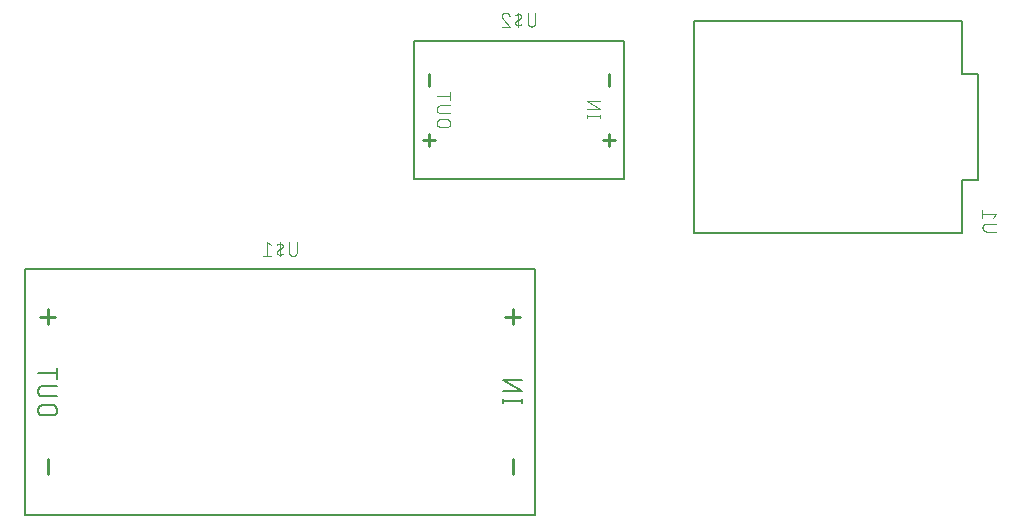
<source format=gbr>
G04 EAGLE Gerber RS-274X export*
G75*
%MOMM*%
%FSLAX34Y34*%
%LPD*%
%INSilkscreen Bottom*%
%IPPOS*%
%AMOC8*
5,1,8,0,0,1.08239X$1,22.5*%
G01*
%ADD10C,0.127000*%
%ADD11C,0.152400*%
%ADD12C,0.254000*%
%ADD13C,0.101600*%


D10*
X546100Y231140D02*
X114300Y231140D01*
X114300Y22860D01*
X546100Y22860D01*
X546100Y231140D01*
D11*
X535178Y119132D02*
X518922Y119132D01*
X518922Y117326D02*
X518922Y120939D01*
X535178Y120939D02*
X535178Y117326D01*
X535178Y127643D02*
X518922Y127643D01*
X518922Y136674D02*
X535178Y127643D01*
X535178Y136674D02*
X518922Y136674D01*
X136962Y106853D02*
X129738Y106853D01*
X136962Y106853D02*
X137095Y106855D01*
X137227Y106861D01*
X137359Y106871D01*
X137491Y106884D01*
X137623Y106902D01*
X137753Y106923D01*
X137884Y106948D01*
X138013Y106977D01*
X138141Y107010D01*
X138269Y107046D01*
X138395Y107086D01*
X138520Y107130D01*
X138644Y107178D01*
X138766Y107229D01*
X138887Y107284D01*
X139006Y107342D01*
X139124Y107404D01*
X139239Y107469D01*
X139353Y107538D01*
X139464Y107609D01*
X139573Y107685D01*
X139680Y107763D01*
X139785Y107844D01*
X139887Y107929D01*
X139987Y108016D01*
X140084Y108106D01*
X140179Y108199D01*
X140270Y108295D01*
X140359Y108393D01*
X140445Y108494D01*
X140528Y108598D01*
X140608Y108704D01*
X140684Y108812D01*
X140758Y108922D01*
X140828Y109035D01*
X140895Y109149D01*
X140958Y109266D01*
X141018Y109384D01*
X141075Y109504D01*
X141128Y109626D01*
X141177Y109749D01*
X141223Y109873D01*
X141265Y109999D01*
X141303Y110126D01*
X141338Y110254D01*
X141369Y110383D01*
X141396Y110512D01*
X141419Y110643D01*
X141439Y110774D01*
X141454Y110906D01*
X141466Y111038D01*
X141474Y111170D01*
X141478Y111303D01*
X141478Y111435D01*
X141474Y111568D01*
X141466Y111700D01*
X141454Y111832D01*
X141439Y111964D01*
X141419Y112095D01*
X141396Y112226D01*
X141369Y112355D01*
X141338Y112484D01*
X141303Y112612D01*
X141265Y112739D01*
X141223Y112865D01*
X141177Y112989D01*
X141128Y113112D01*
X141075Y113234D01*
X141018Y113354D01*
X140958Y113472D01*
X140895Y113589D01*
X140828Y113703D01*
X140758Y113816D01*
X140684Y113926D01*
X140608Y114034D01*
X140528Y114140D01*
X140445Y114244D01*
X140359Y114345D01*
X140270Y114443D01*
X140179Y114539D01*
X140084Y114632D01*
X139987Y114722D01*
X139887Y114809D01*
X139785Y114894D01*
X139680Y114975D01*
X139573Y115053D01*
X139464Y115129D01*
X139353Y115200D01*
X139239Y115269D01*
X139124Y115334D01*
X139006Y115396D01*
X138887Y115454D01*
X138766Y115509D01*
X138644Y115560D01*
X138520Y115608D01*
X138395Y115652D01*
X138269Y115692D01*
X138141Y115728D01*
X138013Y115761D01*
X137884Y115790D01*
X137753Y115815D01*
X137623Y115836D01*
X137491Y115854D01*
X137359Y115867D01*
X137227Y115877D01*
X137095Y115883D01*
X136962Y115885D01*
X136962Y115884D02*
X129738Y115884D01*
X129738Y115885D02*
X129605Y115883D01*
X129473Y115877D01*
X129341Y115867D01*
X129209Y115854D01*
X129077Y115836D01*
X128947Y115815D01*
X128816Y115790D01*
X128687Y115761D01*
X128559Y115728D01*
X128431Y115692D01*
X128305Y115652D01*
X128180Y115608D01*
X128056Y115560D01*
X127934Y115509D01*
X127813Y115454D01*
X127694Y115396D01*
X127576Y115334D01*
X127461Y115269D01*
X127347Y115200D01*
X127236Y115129D01*
X127127Y115053D01*
X127020Y114975D01*
X126915Y114894D01*
X126813Y114809D01*
X126713Y114722D01*
X126616Y114632D01*
X126521Y114539D01*
X126430Y114443D01*
X126341Y114345D01*
X126255Y114244D01*
X126172Y114140D01*
X126092Y114034D01*
X126016Y113926D01*
X125942Y113816D01*
X125872Y113703D01*
X125805Y113589D01*
X125742Y113472D01*
X125682Y113354D01*
X125625Y113234D01*
X125572Y113112D01*
X125523Y112989D01*
X125477Y112865D01*
X125435Y112739D01*
X125397Y112612D01*
X125362Y112484D01*
X125331Y112355D01*
X125304Y112226D01*
X125281Y112095D01*
X125261Y111964D01*
X125246Y111832D01*
X125234Y111700D01*
X125226Y111568D01*
X125222Y111435D01*
X125222Y111303D01*
X125226Y111170D01*
X125234Y111038D01*
X125246Y110906D01*
X125261Y110774D01*
X125281Y110643D01*
X125304Y110512D01*
X125331Y110383D01*
X125362Y110254D01*
X125397Y110126D01*
X125435Y109999D01*
X125477Y109873D01*
X125523Y109749D01*
X125572Y109626D01*
X125625Y109504D01*
X125682Y109384D01*
X125742Y109266D01*
X125805Y109149D01*
X125872Y109035D01*
X125942Y108922D01*
X126016Y108812D01*
X126092Y108704D01*
X126172Y108598D01*
X126255Y108494D01*
X126341Y108393D01*
X126430Y108295D01*
X126521Y108199D01*
X126616Y108106D01*
X126713Y108016D01*
X126813Y107929D01*
X126915Y107844D01*
X127020Y107763D01*
X127127Y107685D01*
X127236Y107609D01*
X127347Y107538D01*
X127461Y107469D01*
X127576Y107404D01*
X127694Y107342D01*
X127813Y107284D01*
X127934Y107229D01*
X128056Y107178D01*
X128180Y107130D01*
X128305Y107086D01*
X128431Y107046D01*
X128559Y107010D01*
X128687Y106977D01*
X128816Y106948D01*
X128947Y106923D01*
X129077Y106902D01*
X129209Y106884D01*
X129341Y106871D01*
X129473Y106861D01*
X129605Y106855D01*
X129738Y106853D01*
X129738Y123006D02*
X141478Y123006D01*
X129738Y123005D02*
X129605Y123007D01*
X129473Y123013D01*
X129341Y123023D01*
X129209Y123036D01*
X129077Y123054D01*
X128947Y123075D01*
X128816Y123100D01*
X128687Y123129D01*
X128559Y123162D01*
X128431Y123198D01*
X128305Y123238D01*
X128180Y123282D01*
X128056Y123330D01*
X127934Y123381D01*
X127813Y123436D01*
X127694Y123494D01*
X127576Y123556D01*
X127461Y123621D01*
X127347Y123690D01*
X127236Y123761D01*
X127127Y123837D01*
X127020Y123915D01*
X126915Y123996D01*
X126813Y124081D01*
X126713Y124168D01*
X126616Y124258D01*
X126521Y124351D01*
X126430Y124447D01*
X126341Y124545D01*
X126255Y124646D01*
X126172Y124750D01*
X126092Y124856D01*
X126016Y124964D01*
X125942Y125074D01*
X125872Y125187D01*
X125805Y125301D01*
X125742Y125418D01*
X125682Y125536D01*
X125625Y125656D01*
X125572Y125778D01*
X125523Y125901D01*
X125477Y126025D01*
X125435Y126151D01*
X125397Y126278D01*
X125362Y126406D01*
X125331Y126535D01*
X125304Y126664D01*
X125281Y126795D01*
X125261Y126926D01*
X125246Y127058D01*
X125234Y127190D01*
X125226Y127322D01*
X125222Y127455D01*
X125222Y127587D01*
X125226Y127720D01*
X125234Y127852D01*
X125246Y127984D01*
X125261Y128116D01*
X125281Y128247D01*
X125304Y128378D01*
X125331Y128507D01*
X125362Y128636D01*
X125397Y128764D01*
X125435Y128891D01*
X125477Y129017D01*
X125523Y129141D01*
X125572Y129264D01*
X125625Y129386D01*
X125682Y129506D01*
X125742Y129624D01*
X125805Y129741D01*
X125872Y129855D01*
X125942Y129968D01*
X126016Y130078D01*
X126092Y130186D01*
X126172Y130292D01*
X126255Y130396D01*
X126341Y130497D01*
X126430Y130595D01*
X126521Y130691D01*
X126616Y130784D01*
X126713Y130874D01*
X126813Y130961D01*
X126915Y131046D01*
X127020Y131127D01*
X127127Y131205D01*
X127236Y131281D01*
X127347Y131352D01*
X127461Y131421D01*
X127576Y131486D01*
X127694Y131548D01*
X127813Y131606D01*
X127934Y131661D01*
X128056Y131712D01*
X128180Y131760D01*
X128305Y131804D01*
X128431Y131844D01*
X128559Y131880D01*
X128687Y131913D01*
X128816Y131942D01*
X128947Y131967D01*
X129077Y131988D01*
X129209Y132006D01*
X129341Y132019D01*
X129473Y132029D01*
X129605Y132035D01*
X129738Y132037D01*
X141478Y132037D01*
X141478Y142631D02*
X125222Y142631D01*
X141478Y138116D02*
X141478Y147147D01*
D12*
X133350Y184150D02*
X133350Y196850D01*
X139700Y190500D02*
X127000Y190500D01*
X527050Y69850D02*
X527050Y57150D01*
X133350Y57150D02*
X133350Y69850D01*
X527050Y184150D02*
X527050Y196850D01*
X533400Y190500D02*
X520700Y190500D01*
D13*
X344304Y245054D02*
X344304Y253492D01*
X344304Y245054D02*
X344302Y244941D01*
X344296Y244828D01*
X344286Y244715D01*
X344272Y244602D01*
X344255Y244490D01*
X344233Y244379D01*
X344208Y244269D01*
X344178Y244159D01*
X344145Y244051D01*
X344108Y243944D01*
X344068Y243838D01*
X344023Y243734D01*
X343975Y243631D01*
X343924Y243530D01*
X343869Y243431D01*
X343811Y243334D01*
X343749Y243239D01*
X343684Y243146D01*
X343616Y243056D01*
X343545Y242968D01*
X343470Y242882D01*
X343393Y242799D01*
X343313Y242719D01*
X343230Y242642D01*
X343144Y242567D01*
X343056Y242496D01*
X342966Y242428D01*
X342873Y242363D01*
X342778Y242301D01*
X342681Y242243D01*
X342582Y242188D01*
X342481Y242137D01*
X342378Y242089D01*
X342274Y242044D01*
X342168Y242004D01*
X342061Y241967D01*
X341953Y241934D01*
X341843Y241904D01*
X341733Y241879D01*
X341622Y241857D01*
X341510Y241840D01*
X341397Y241826D01*
X341284Y241816D01*
X341171Y241810D01*
X341058Y241808D01*
X340945Y241810D01*
X340832Y241816D01*
X340719Y241826D01*
X340606Y241840D01*
X340494Y241857D01*
X340383Y241879D01*
X340273Y241904D01*
X340163Y241934D01*
X340055Y241967D01*
X339948Y242004D01*
X339842Y242044D01*
X339738Y242089D01*
X339635Y242137D01*
X339534Y242188D01*
X339435Y242243D01*
X339338Y242301D01*
X339243Y242363D01*
X339150Y242428D01*
X339060Y242496D01*
X338972Y242567D01*
X338886Y242642D01*
X338803Y242719D01*
X338723Y242799D01*
X338646Y242882D01*
X338571Y242968D01*
X338500Y243056D01*
X338432Y243146D01*
X338367Y243239D01*
X338305Y243334D01*
X338247Y243431D01*
X338192Y243530D01*
X338141Y243631D01*
X338093Y243734D01*
X338048Y243838D01*
X338008Y243944D01*
X337971Y244051D01*
X337938Y244159D01*
X337908Y244269D01*
X337883Y244379D01*
X337861Y244490D01*
X337844Y244602D01*
X337830Y244715D01*
X337820Y244828D01*
X337814Y244941D01*
X337812Y245054D01*
X337813Y245054D02*
X337813Y253492D01*
X330010Y253492D02*
X330010Y241808D01*
X330010Y247650D02*
X331632Y248624D01*
X331633Y248623D02*
X331706Y248670D01*
X331777Y248719D01*
X331847Y248772D01*
X331913Y248828D01*
X331977Y248887D01*
X332039Y248948D01*
X332097Y249012D01*
X332153Y249079D01*
X332205Y249148D01*
X332255Y249220D01*
X332301Y249294D01*
X332344Y249369D01*
X332383Y249447D01*
X332419Y249526D01*
X332451Y249607D01*
X332480Y249689D01*
X332505Y249772D01*
X332526Y249856D01*
X332543Y249941D01*
X332557Y250027D01*
X332566Y250113D01*
X332572Y250200D01*
X332574Y250287D01*
X332572Y250374D01*
X332566Y250461D01*
X332556Y250547D01*
X332543Y250633D01*
X332525Y250718D01*
X332504Y250802D01*
X332479Y250885D01*
X332450Y250968D01*
X332418Y251048D01*
X332382Y251127D01*
X332343Y251205D01*
X332300Y251280D01*
X332253Y251354D01*
X332204Y251425D01*
X332151Y251495D01*
X332096Y251561D01*
X332037Y251625D01*
X331976Y251687D01*
X331911Y251746D01*
X331845Y251801D01*
X331776Y251854D01*
X331704Y251904D01*
X331631Y251950D01*
X331555Y251993D01*
X331478Y252032D01*
X331399Y252068D01*
X331318Y252101D01*
X331236Y252129D01*
X331153Y252155D01*
X331069Y252176D01*
X330983Y252193D01*
X330983Y252194D02*
X330843Y252218D01*
X330701Y252238D01*
X330560Y252254D01*
X330418Y252265D01*
X330275Y252273D01*
X330133Y252277D01*
X329990Y252278D01*
X329847Y252274D01*
X329705Y252266D01*
X329563Y252254D01*
X329421Y252238D01*
X329280Y252219D01*
X329139Y252195D01*
X328999Y252168D01*
X328860Y252136D01*
X328722Y252101D01*
X328584Y252062D01*
X328448Y252019D01*
X328314Y251973D01*
X328180Y251922D01*
X328048Y251869D01*
X327918Y251811D01*
X327789Y251750D01*
X327662Y251685D01*
X327536Y251617D01*
X327413Y251545D01*
X330010Y247650D02*
X328387Y246676D01*
X328386Y246677D02*
X328313Y246630D01*
X328242Y246581D01*
X328172Y246528D01*
X328106Y246472D01*
X328042Y246413D01*
X327980Y246352D01*
X327922Y246288D01*
X327866Y246221D01*
X327814Y246152D01*
X327764Y246080D01*
X327718Y246006D01*
X327675Y245931D01*
X327636Y245853D01*
X327600Y245774D01*
X327568Y245693D01*
X327539Y245611D01*
X327514Y245528D01*
X327493Y245444D01*
X327476Y245359D01*
X327462Y245273D01*
X327453Y245187D01*
X327447Y245100D01*
X327445Y245013D01*
X327447Y244926D01*
X327453Y244839D01*
X327463Y244753D01*
X327476Y244667D01*
X327494Y244582D01*
X327515Y244498D01*
X327540Y244415D01*
X327569Y244332D01*
X327601Y244252D01*
X327637Y244173D01*
X327676Y244095D01*
X327719Y244020D01*
X327766Y243946D01*
X327815Y243875D01*
X327868Y243805D01*
X327923Y243739D01*
X327982Y243675D01*
X328043Y243613D01*
X328108Y243554D01*
X328174Y243499D01*
X328243Y243446D01*
X328315Y243396D01*
X328388Y243350D01*
X328464Y243307D01*
X328541Y243268D01*
X328620Y243232D01*
X328701Y243199D01*
X328783Y243171D01*
X328866Y243145D01*
X328950Y243124D01*
X329035Y243107D01*
X329036Y243106D02*
X329176Y243082D01*
X329318Y243062D01*
X329459Y243046D01*
X329601Y243035D01*
X329744Y243027D01*
X329886Y243023D01*
X330029Y243022D01*
X330172Y243026D01*
X330314Y243034D01*
X330456Y243046D01*
X330598Y243062D01*
X330739Y243081D01*
X330880Y243105D01*
X331020Y243132D01*
X331159Y243164D01*
X331297Y243199D01*
X331435Y243238D01*
X331571Y243281D01*
X331705Y243327D01*
X331839Y243378D01*
X331971Y243431D01*
X332102Y243489D01*
X332230Y243550D01*
X332357Y243615D01*
X332483Y243683D01*
X332606Y243755D01*
X322587Y250896D02*
X319342Y253492D01*
X319342Y241808D01*
X322587Y241808D02*
X316096Y241808D01*
D10*
X443230Y424180D02*
X621030Y424180D01*
X443230Y424180D02*
X443230Y307340D01*
X621030Y307340D01*
X621030Y424180D01*
D13*
X601472Y360024D02*
X589788Y360024D01*
X589788Y358726D02*
X589788Y361322D01*
X601472Y361322D02*
X601472Y358726D01*
X601472Y366303D02*
X589788Y366303D01*
X589788Y372794D02*
X601472Y366303D01*
X601472Y372794D02*
X589788Y372794D01*
D12*
X608330Y386080D02*
X608330Y396240D01*
X608330Y345440D02*
X608330Y335280D01*
X613410Y340360D02*
X603250Y340360D01*
X455930Y345440D02*
X455930Y335280D01*
X461010Y340360D02*
X450850Y340360D01*
X455930Y386080D02*
X455930Y396240D01*
D13*
X466034Y351085D02*
X471226Y351085D01*
X471226Y351084D02*
X471339Y351086D01*
X471452Y351092D01*
X471565Y351102D01*
X471678Y351116D01*
X471790Y351133D01*
X471901Y351155D01*
X472011Y351180D01*
X472121Y351210D01*
X472229Y351243D01*
X472336Y351280D01*
X472442Y351320D01*
X472546Y351365D01*
X472649Y351413D01*
X472750Y351464D01*
X472849Y351519D01*
X472946Y351577D01*
X473041Y351639D01*
X473134Y351704D01*
X473224Y351772D01*
X473312Y351843D01*
X473398Y351918D01*
X473481Y351995D01*
X473561Y352075D01*
X473638Y352158D01*
X473713Y352244D01*
X473784Y352332D01*
X473852Y352422D01*
X473917Y352515D01*
X473979Y352610D01*
X474037Y352707D01*
X474092Y352806D01*
X474143Y352907D01*
X474191Y353010D01*
X474236Y353114D01*
X474276Y353220D01*
X474313Y353327D01*
X474346Y353435D01*
X474376Y353545D01*
X474401Y353655D01*
X474423Y353766D01*
X474440Y353878D01*
X474454Y353991D01*
X474464Y354104D01*
X474470Y354217D01*
X474472Y354330D01*
X474470Y354443D01*
X474464Y354556D01*
X474454Y354669D01*
X474440Y354782D01*
X474423Y354894D01*
X474401Y355005D01*
X474376Y355115D01*
X474346Y355225D01*
X474313Y355333D01*
X474276Y355440D01*
X474236Y355546D01*
X474191Y355650D01*
X474143Y355753D01*
X474092Y355854D01*
X474037Y355953D01*
X473979Y356050D01*
X473917Y356145D01*
X473852Y356238D01*
X473784Y356328D01*
X473713Y356416D01*
X473638Y356502D01*
X473561Y356585D01*
X473481Y356665D01*
X473398Y356742D01*
X473312Y356817D01*
X473224Y356888D01*
X473134Y356956D01*
X473041Y357021D01*
X472946Y357083D01*
X472849Y357141D01*
X472750Y357196D01*
X472649Y357247D01*
X472546Y357295D01*
X472442Y357340D01*
X472336Y357380D01*
X472229Y357417D01*
X472121Y357450D01*
X472011Y357480D01*
X471901Y357505D01*
X471790Y357527D01*
X471678Y357544D01*
X471565Y357558D01*
X471452Y357568D01*
X471339Y357574D01*
X471226Y357576D01*
X466034Y357576D01*
X465921Y357574D01*
X465808Y357568D01*
X465695Y357558D01*
X465582Y357544D01*
X465470Y357527D01*
X465359Y357505D01*
X465249Y357480D01*
X465139Y357450D01*
X465031Y357417D01*
X464924Y357380D01*
X464818Y357340D01*
X464714Y357295D01*
X464611Y357247D01*
X464510Y357196D01*
X464411Y357141D01*
X464314Y357083D01*
X464219Y357021D01*
X464126Y356956D01*
X464036Y356888D01*
X463948Y356817D01*
X463862Y356742D01*
X463779Y356665D01*
X463699Y356585D01*
X463622Y356502D01*
X463547Y356416D01*
X463476Y356328D01*
X463408Y356238D01*
X463343Y356145D01*
X463281Y356050D01*
X463223Y355953D01*
X463168Y355854D01*
X463117Y355753D01*
X463069Y355650D01*
X463024Y355546D01*
X462984Y355440D01*
X462947Y355333D01*
X462914Y355225D01*
X462884Y355115D01*
X462859Y355005D01*
X462837Y354894D01*
X462820Y354782D01*
X462806Y354669D01*
X462796Y354556D01*
X462790Y354443D01*
X462788Y354330D01*
X462790Y354217D01*
X462796Y354104D01*
X462806Y353991D01*
X462820Y353878D01*
X462837Y353766D01*
X462859Y353655D01*
X462884Y353545D01*
X462914Y353435D01*
X462947Y353327D01*
X462984Y353220D01*
X463024Y353114D01*
X463069Y353010D01*
X463117Y352907D01*
X463168Y352806D01*
X463223Y352707D01*
X463281Y352610D01*
X463343Y352515D01*
X463408Y352422D01*
X463476Y352332D01*
X463547Y352244D01*
X463622Y352158D01*
X463699Y352075D01*
X463779Y351995D01*
X463862Y351918D01*
X463948Y351843D01*
X464036Y351772D01*
X464126Y351704D01*
X464219Y351639D01*
X464314Y351577D01*
X464411Y351519D01*
X464510Y351464D01*
X464611Y351413D01*
X464714Y351365D01*
X464818Y351320D01*
X464924Y351280D01*
X465031Y351243D01*
X465139Y351210D01*
X465249Y351180D01*
X465359Y351155D01*
X465470Y351133D01*
X465582Y351116D01*
X465695Y351102D01*
X465808Y351092D01*
X465921Y351086D01*
X466034Y351084D01*
X466034Y362895D02*
X474472Y362895D01*
X466034Y362895D02*
X465921Y362897D01*
X465808Y362903D01*
X465695Y362913D01*
X465582Y362927D01*
X465470Y362944D01*
X465359Y362966D01*
X465249Y362991D01*
X465139Y363021D01*
X465031Y363054D01*
X464924Y363091D01*
X464818Y363131D01*
X464714Y363176D01*
X464611Y363224D01*
X464510Y363275D01*
X464411Y363330D01*
X464314Y363388D01*
X464219Y363450D01*
X464126Y363515D01*
X464036Y363583D01*
X463948Y363654D01*
X463862Y363729D01*
X463779Y363806D01*
X463699Y363886D01*
X463622Y363969D01*
X463547Y364055D01*
X463476Y364143D01*
X463408Y364233D01*
X463343Y364326D01*
X463281Y364421D01*
X463223Y364518D01*
X463168Y364617D01*
X463117Y364718D01*
X463069Y364821D01*
X463024Y364925D01*
X462984Y365031D01*
X462947Y365138D01*
X462914Y365246D01*
X462884Y365356D01*
X462859Y365466D01*
X462837Y365577D01*
X462820Y365689D01*
X462806Y365802D01*
X462796Y365915D01*
X462790Y366028D01*
X462788Y366141D01*
X462790Y366254D01*
X462796Y366367D01*
X462806Y366480D01*
X462820Y366593D01*
X462837Y366705D01*
X462859Y366816D01*
X462884Y366926D01*
X462914Y367036D01*
X462947Y367144D01*
X462984Y367251D01*
X463024Y367357D01*
X463069Y367461D01*
X463117Y367564D01*
X463168Y367665D01*
X463223Y367764D01*
X463281Y367861D01*
X463343Y367956D01*
X463408Y368049D01*
X463476Y368139D01*
X463547Y368227D01*
X463622Y368313D01*
X463699Y368396D01*
X463779Y368476D01*
X463862Y368553D01*
X463948Y368628D01*
X464036Y368699D01*
X464126Y368767D01*
X464219Y368832D01*
X464314Y368894D01*
X464411Y368952D01*
X464510Y369007D01*
X464611Y369058D01*
X464714Y369106D01*
X464818Y369151D01*
X464924Y369191D01*
X465031Y369228D01*
X465139Y369261D01*
X465249Y369291D01*
X465359Y369316D01*
X465470Y369338D01*
X465582Y369355D01*
X465695Y369369D01*
X465808Y369379D01*
X465921Y369385D01*
X466034Y369387D01*
X474472Y369387D01*
X474472Y377190D02*
X462788Y377190D01*
X474472Y373944D02*
X474472Y380436D01*
X546234Y439364D02*
X546234Y447802D01*
X546234Y439364D02*
X546232Y439251D01*
X546226Y439138D01*
X546216Y439025D01*
X546202Y438912D01*
X546185Y438800D01*
X546163Y438689D01*
X546138Y438579D01*
X546108Y438469D01*
X546075Y438361D01*
X546038Y438254D01*
X545998Y438148D01*
X545953Y438044D01*
X545905Y437941D01*
X545854Y437840D01*
X545799Y437741D01*
X545741Y437644D01*
X545679Y437549D01*
X545614Y437456D01*
X545546Y437366D01*
X545475Y437278D01*
X545400Y437192D01*
X545323Y437109D01*
X545243Y437029D01*
X545160Y436952D01*
X545074Y436877D01*
X544986Y436806D01*
X544896Y436738D01*
X544803Y436673D01*
X544708Y436611D01*
X544611Y436553D01*
X544512Y436498D01*
X544411Y436447D01*
X544308Y436399D01*
X544204Y436354D01*
X544098Y436314D01*
X543991Y436277D01*
X543883Y436244D01*
X543773Y436214D01*
X543663Y436189D01*
X543552Y436167D01*
X543440Y436150D01*
X543327Y436136D01*
X543214Y436126D01*
X543101Y436120D01*
X542988Y436118D01*
X542875Y436120D01*
X542762Y436126D01*
X542649Y436136D01*
X542536Y436150D01*
X542424Y436167D01*
X542313Y436189D01*
X542203Y436214D01*
X542093Y436244D01*
X541985Y436277D01*
X541878Y436314D01*
X541772Y436354D01*
X541668Y436399D01*
X541565Y436447D01*
X541464Y436498D01*
X541365Y436553D01*
X541268Y436611D01*
X541173Y436673D01*
X541080Y436738D01*
X540990Y436806D01*
X540902Y436877D01*
X540816Y436952D01*
X540733Y437029D01*
X540653Y437109D01*
X540576Y437192D01*
X540501Y437278D01*
X540430Y437366D01*
X540362Y437456D01*
X540297Y437549D01*
X540235Y437644D01*
X540177Y437741D01*
X540122Y437840D01*
X540071Y437941D01*
X540023Y438044D01*
X539978Y438148D01*
X539938Y438254D01*
X539901Y438361D01*
X539868Y438469D01*
X539838Y438579D01*
X539813Y438689D01*
X539791Y438800D01*
X539774Y438912D01*
X539760Y439025D01*
X539750Y439138D01*
X539744Y439251D01*
X539742Y439364D01*
X539743Y439364D02*
X539743Y447802D01*
X531940Y447802D02*
X531940Y436118D01*
X531940Y441960D02*
X533562Y442934D01*
X533563Y442933D02*
X533636Y442980D01*
X533707Y443029D01*
X533777Y443082D01*
X533843Y443138D01*
X533907Y443197D01*
X533969Y443258D01*
X534027Y443322D01*
X534083Y443389D01*
X534135Y443458D01*
X534185Y443530D01*
X534231Y443604D01*
X534274Y443679D01*
X534313Y443757D01*
X534349Y443836D01*
X534381Y443917D01*
X534410Y443999D01*
X534435Y444082D01*
X534456Y444166D01*
X534473Y444251D01*
X534487Y444337D01*
X534496Y444423D01*
X534502Y444510D01*
X534504Y444597D01*
X534502Y444684D01*
X534496Y444771D01*
X534486Y444857D01*
X534473Y444943D01*
X534455Y445028D01*
X534434Y445112D01*
X534409Y445195D01*
X534380Y445278D01*
X534348Y445358D01*
X534312Y445437D01*
X534273Y445515D01*
X534230Y445590D01*
X534183Y445664D01*
X534134Y445735D01*
X534081Y445805D01*
X534026Y445871D01*
X533967Y445935D01*
X533906Y445997D01*
X533841Y446056D01*
X533775Y446111D01*
X533706Y446164D01*
X533634Y446214D01*
X533561Y446260D01*
X533485Y446303D01*
X533408Y446342D01*
X533329Y446378D01*
X533248Y446411D01*
X533166Y446439D01*
X533083Y446465D01*
X532999Y446486D01*
X532913Y446503D01*
X532913Y446504D02*
X532773Y446528D01*
X532631Y446548D01*
X532490Y446564D01*
X532348Y446575D01*
X532205Y446583D01*
X532063Y446587D01*
X531920Y446588D01*
X531777Y446584D01*
X531635Y446576D01*
X531493Y446564D01*
X531351Y446548D01*
X531210Y446529D01*
X531069Y446505D01*
X530929Y446478D01*
X530790Y446446D01*
X530652Y446411D01*
X530514Y446372D01*
X530378Y446329D01*
X530244Y446283D01*
X530110Y446232D01*
X529978Y446179D01*
X529848Y446121D01*
X529719Y446060D01*
X529592Y445995D01*
X529466Y445927D01*
X529343Y445855D01*
X531940Y441960D02*
X530317Y440986D01*
X530316Y440987D02*
X530243Y440940D01*
X530172Y440891D01*
X530102Y440838D01*
X530036Y440782D01*
X529972Y440723D01*
X529910Y440662D01*
X529852Y440598D01*
X529796Y440531D01*
X529744Y440462D01*
X529694Y440390D01*
X529648Y440316D01*
X529605Y440241D01*
X529566Y440163D01*
X529530Y440084D01*
X529498Y440003D01*
X529469Y439921D01*
X529444Y439838D01*
X529423Y439754D01*
X529406Y439669D01*
X529392Y439583D01*
X529383Y439497D01*
X529377Y439410D01*
X529375Y439323D01*
X529377Y439236D01*
X529383Y439149D01*
X529393Y439063D01*
X529406Y438977D01*
X529424Y438892D01*
X529445Y438808D01*
X529470Y438725D01*
X529499Y438642D01*
X529531Y438562D01*
X529567Y438483D01*
X529606Y438405D01*
X529649Y438330D01*
X529696Y438256D01*
X529745Y438185D01*
X529798Y438115D01*
X529853Y438049D01*
X529912Y437985D01*
X529973Y437923D01*
X530038Y437864D01*
X530104Y437809D01*
X530173Y437756D01*
X530245Y437706D01*
X530318Y437660D01*
X530394Y437617D01*
X530471Y437578D01*
X530550Y437542D01*
X530631Y437509D01*
X530713Y437481D01*
X530796Y437455D01*
X530880Y437434D01*
X530965Y437417D01*
X530966Y437416D02*
X531106Y437392D01*
X531248Y437372D01*
X531389Y437356D01*
X531531Y437345D01*
X531674Y437337D01*
X531816Y437333D01*
X531959Y437332D01*
X532102Y437336D01*
X532244Y437344D01*
X532386Y437356D01*
X532528Y437372D01*
X532669Y437391D01*
X532810Y437415D01*
X532950Y437442D01*
X533089Y437474D01*
X533227Y437509D01*
X533365Y437548D01*
X533501Y437591D01*
X533635Y437637D01*
X533769Y437688D01*
X533901Y437741D01*
X534032Y437799D01*
X534160Y437860D01*
X534287Y437925D01*
X534413Y437993D01*
X534536Y438065D01*
X520947Y447802D02*
X520840Y447800D01*
X520734Y447794D01*
X520628Y447784D01*
X520522Y447771D01*
X520416Y447753D01*
X520312Y447732D01*
X520208Y447707D01*
X520105Y447678D01*
X520004Y447646D01*
X519904Y447609D01*
X519805Y447569D01*
X519707Y447526D01*
X519611Y447479D01*
X519517Y447428D01*
X519425Y447374D01*
X519335Y447317D01*
X519247Y447257D01*
X519162Y447193D01*
X519079Y447126D01*
X518998Y447056D01*
X518920Y446984D01*
X518844Y446908D01*
X518772Y446830D01*
X518702Y446749D01*
X518635Y446666D01*
X518571Y446581D01*
X518511Y446493D01*
X518454Y446403D01*
X518400Y446311D01*
X518349Y446217D01*
X518302Y446121D01*
X518259Y446023D01*
X518219Y445924D01*
X518182Y445824D01*
X518150Y445723D01*
X518121Y445620D01*
X518096Y445516D01*
X518075Y445412D01*
X518057Y445306D01*
X518044Y445200D01*
X518034Y445094D01*
X518028Y444988D01*
X518026Y444881D01*
X520947Y447802D02*
X521068Y447800D01*
X521189Y447794D01*
X521309Y447784D01*
X521430Y447771D01*
X521549Y447753D01*
X521669Y447732D01*
X521787Y447707D01*
X521904Y447678D01*
X522021Y447645D01*
X522136Y447609D01*
X522250Y447568D01*
X522363Y447525D01*
X522475Y447477D01*
X522584Y447426D01*
X522692Y447371D01*
X522799Y447313D01*
X522903Y447252D01*
X523005Y447187D01*
X523105Y447119D01*
X523203Y447048D01*
X523299Y446974D01*
X523392Y446897D01*
X523482Y446816D01*
X523570Y446733D01*
X523655Y446647D01*
X523738Y446558D01*
X523817Y446467D01*
X523894Y446373D01*
X523967Y446277D01*
X524037Y446179D01*
X524104Y446078D01*
X524168Y445975D01*
X524229Y445870D01*
X524286Y445763D01*
X524339Y445655D01*
X524389Y445545D01*
X524435Y445433D01*
X524478Y445320D01*
X524517Y445205D01*
X519000Y442609D02*
X518921Y442687D01*
X518845Y442767D01*
X518772Y442850D01*
X518702Y442936D01*
X518635Y443023D01*
X518571Y443114D01*
X518511Y443206D01*
X518453Y443300D01*
X518399Y443397D01*
X518349Y443495D01*
X518302Y443595D01*
X518258Y443696D01*
X518218Y443799D01*
X518182Y443904D01*
X518150Y444009D01*
X518121Y444116D01*
X518096Y444223D01*
X518074Y444332D01*
X518057Y444441D01*
X518043Y444550D01*
X518034Y444660D01*
X518028Y444771D01*
X518026Y444881D01*
X519000Y442609D02*
X524517Y436118D01*
X518026Y436118D01*
D10*
X680701Y440978D02*
X680701Y260978D01*
X680701Y440978D02*
X907701Y440978D01*
X907701Y395978D01*
X907701Y260978D02*
X680701Y260978D01*
X920701Y305978D02*
X920701Y395978D01*
X907701Y395978D01*
X907701Y305978D02*
X920701Y305978D01*
X907701Y305978D02*
X907701Y260978D01*
D13*
X928130Y262586D02*
X936568Y262586D01*
X928130Y262585D02*
X928017Y262587D01*
X927904Y262593D01*
X927791Y262603D01*
X927678Y262617D01*
X927566Y262634D01*
X927455Y262656D01*
X927345Y262681D01*
X927235Y262711D01*
X927127Y262744D01*
X927020Y262781D01*
X926914Y262821D01*
X926810Y262866D01*
X926707Y262914D01*
X926606Y262965D01*
X926507Y263020D01*
X926410Y263078D01*
X926315Y263140D01*
X926222Y263205D01*
X926132Y263273D01*
X926044Y263344D01*
X925958Y263419D01*
X925875Y263496D01*
X925795Y263576D01*
X925718Y263659D01*
X925643Y263745D01*
X925572Y263833D01*
X925504Y263923D01*
X925439Y264016D01*
X925377Y264111D01*
X925319Y264208D01*
X925264Y264307D01*
X925213Y264408D01*
X925165Y264511D01*
X925120Y264615D01*
X925080Y264721D01*
X925043Y264828D01*
X925010Y264936D01*
X924980Y265046D01*
X924955Y265156D01*
X924933Y265267D01*
X924916Y265379D01*
X924902Y265492D01*
X924892Y265605D01*
X924886Y265718D01*
X924884Y265831D01*
X924886Y265944D01*
X924892Y266057D01*
X924902Y266170D01*
X924916Y266283D01*
X924933Y266395D01*
X924955Y266506D01*
X924980Y266616D01*
X925010Y266726D01*
X925043Y266834D01*
X925080Y266941D01*
X925120Y267047D01*
X925165Y267151D01*
X925213Y267254D01*
X925264Y267355D01*
X925319Y267454D01*
X925377Y267551D01*
X925439Y267646D01*
X925504Y267739D01*
X925572Y267829D01*
X925643Y267917D01*
X925718Y268003D01*
X925795Y268086D01*
X925875Y268166D01*
X925958Y268243D01*
X926044Y268318D01*
X926132Y268389D01*
X926222Y268457D01*
X926315Y268522D01*
X926410Y268584D01*
X926507Y268642D01*
X926606Y268697D01*
X926707Y268748D01*
X926810Y268796D01*
X926914Y268841D01*
X927020Y268881D01*
X927127Y268918D01*
X927235Y268951D01*
X927345Y268981D01*
X927455Y269006D01*
X927566Y269028D01*
X927678Y269045D01*
X927791Y269059D01*
X927904Y269069D01*
X928017Y269075D01*
X928130Y269077D01*
X936568Y269077D01*
X933972Y274397D02*
X936568Y277642D01*
X924884Y277642D01*
X924884Y274397D02*
X924884Y280888D01*
M02*

</source>
